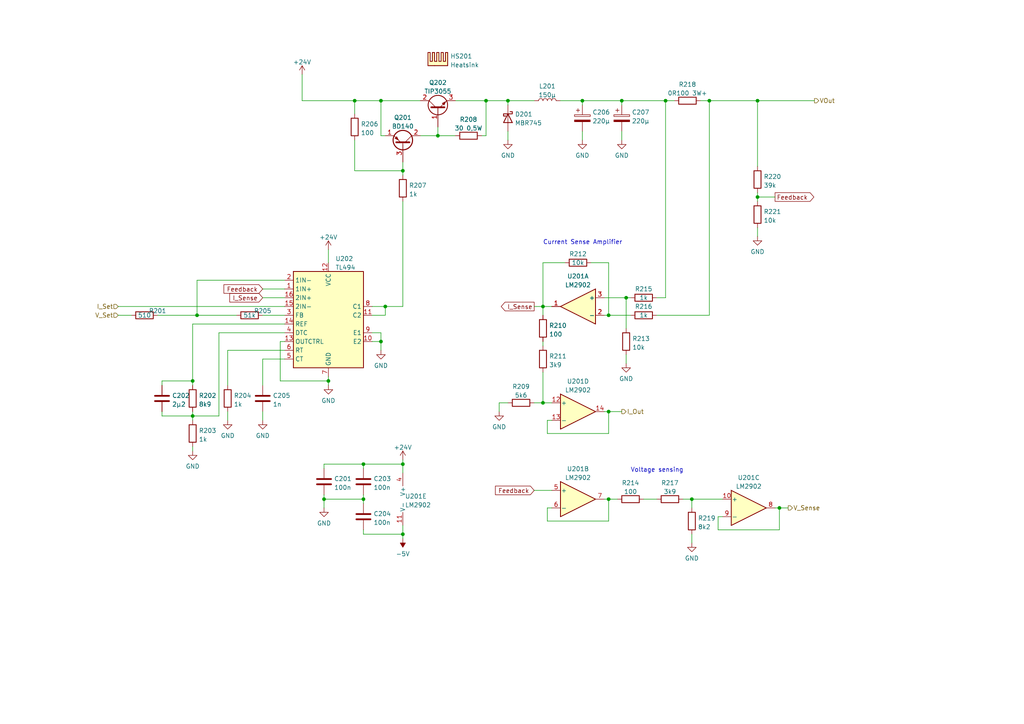
<source format=kicad_sch>
(kicad_sch (version 20211123) (generator eeschema)
  (paper "A4")
  (lib_symbols
    (symbol "Amplifier_Operational:LM2902" (pin_names (offset 0.127))
      (property "Reference" "U" (at 0 5.08 0))
      (property "Value" "LM2902" (at 0 -5.08 0))
      (symbol "LM2902_1_1"
        (polyline (pts (xy -5.08 5.08) (xy 5.08 0) (xy -5.08 -5.08) (xy -5.08 5.08)) (stroke (width 0.254)) (fill (type background)))
        (pin output line (at 7.62 0 180) (length 2.54) (name "~") (number "1"))
        (pin input line (at -7.62 -2.54 0) (length 2.54) (name "-") (number "2"))
        (pin input line (at -7.62 2.54 0) (length 2.54) (name "+") (number "3"))
      )
      (symbol "LM2902_2_1"
        (polyline (pts (xy -5.08 5.08) (xy 5.08 0) (xy -5.08 -5.08) (xy -5.08 5.08)) (stroke (width 0.254)) (fill (type background)))
        (pin input line (at -7.62 2.54 0) (length 2.54) (name "+") (number "5"))
        (pin input line (at -7.62 -2.54 0) (length 2.54) (name "-") (number "6"))
        (pin output line (at 7.62 0 180) (length 2.54) (name "~") (number "7"))
      )
      (symbol "LM2902_3_1"
        (polyline (pts (xy -5.08 5.08) (xy 5.08 0) (xy -5.08 -5.08) (xy -5.08 5.08)) (stroke (width 0.254)) (fill (type background)))
        (pin input line (at -7.62 2.54 0) (length 2.54) (name "+") (number "10"))
        (pin output line (at 7.62 0 180) (length 2.54) (name "~") (number "8"))
        (pin input line (at -7.62 -2.54 0) (length 2.54) (name "-") (number "9"))
      )
      (symbol "LM2902_4_1"
        (polyline (pts (xy -5.08 5.08) (xy 5.08 0) (xy -5.08 -5.08) (xy -5.08 5.08)) (stroke (width 0.254)) (fill (type background)))
        (pin input line (at -7.62 2.54 0) (length 2.54) (name "+") (number "12"))
        (pin input line (at -7.62 -2.54 0) (length 2.54) (name "-") (number "13"))
        (pin output line (at 7.62 0 180) (length 2.54) (name "~") (number "14"))
      )
      (symbol "LM2902_5_1"
        (pin power_in line (at -2.54 -7.62 90) (length 3.81) (name "V-") (number "11"))
        (pin power_in line (at -2.54 7.62 270) (length 3.81) (name "V+") (number "4"))
      )
    )
    (symbol "Device:C" (pin_numbers hide) (pin_names (offset 0.254))
      (property "Reference" "C" (at 0.635 2.54 0))
      (property "Value" "C" (at 0.635 -2.54 0))
      (symbol "C_0_1"
        (polyline (pts (xy -2.032 -0.762) (xy 2.032 -0.762)) (stroke (width 0.508)))
        (polyline (pts (xy -2.032 0.762) (xy 2.032 0.762)) (stroke (width 0.508)))
      )
      (symbol "C_1_1"
        (pin passive line (at 0 3.81 270) (length 2.794) (name "~") (number "1"))
        (pin passive line (at 0 -3.81 90) (length 2.794) (name "~") (number "2"))
      )
    )
    (symbol "Device:C_Polarized" (pin_numbers hide) (pin_names (offset 0.254))
      (property "Reference" "C" (at 0.635 2.54 0))
      (property "Value" "C_Polarized" (at 0.635 -2.54 0))
      (symbol "C_Polarized_0_1"
        (rectangle (start -2.286 0.508) (end 2.286 1.016))
        (polyline (pts (xy -1.778 2.286) (xy -0.762 2.286)))
        (polyline (pts (xy -1.27 2.794) (xy -1.27 1.778)))
        (rectangle (start 2.286 -0.508) (end -2.286 -1.016) (fill (type outline)))
      )
      (symbol "C_Polarized_1_1"
        (pin passive line (at 0 3.81 270) (length 2.794) (name "~") (number "1"))
        (pin passive line (at 0 -3.81 90) (length 2.794) (name "~") (number "2"))
      )
    )
    (symbol "Device:L" (pin_numbers hide) (pin_names (offset 1.016) hide)
      (property "Reference" "L" (at -1.27 0 90))
      (property "Value" "L" (at 1.905 0 90))
      (symbol "L_0_1"
        (arc (start 0 -2.54) (mid 0.635 -1.905) (end 0 -1.27))
        (arc (start 0 -1.27) (mid 0.635 -0.635) (end 0 0))
        (arc (start 0 0) (mid 0.635 0.635) (end 0 1.27))
        (arc (start 0 1.27) (mid 0.635 1.905) (end 0 2.54))
      )
      (symbol "L_1_1"
        (pin passive line (at 0 3.81 270) (length 1.27) (name "1") (number "1"))
        (pin passive line (at 0 -3.81 90) (length 1.27) (name "2") (number "2"))
      )
    )
    (symbol "Device:R" (pin_numbers hide) (pin_names (offset 0))
      (property "Reference" "R" (at 2.032 0 90))
      (property "Value" "R" (at 0 0 90))
      (symbol "R_0_1"
        (rectangle (start -1.016 -2.54) (end 1.016 2.54) (stroke (width 0.254)))
      )
      (symbol "R_1_1"
        (pin passive line (at 0 3.81 270) (length 1.27) (name "~") (number "1"))
        (pin passive line (at 0 -3.81 90) (length 1.27) (name "~") (number "2"))
      )
    )
    (symbol "Diode:MBR745" (pin_numbers hide) (pin_names (offset 1.016) hide)
      (property "Reference" "D" (at 0 2.54 0))
      (property "Value" "MBR745" (at 0 -2.54 0))
      (symbol "MBR745_0_1"
        (polyline (pts (xy 1.27 0) (xy -1.27 0)))
        (polyline (pts (xy 1.27 1.27) (xy 1.27 -1.27) (xy -1.27 0) (xy 1.27 1.27)) (stroke (width 0.254)))
        (polyline (pts (xy -1.905 0.635) (xy -1.905 1.27) (xy -1.27 1.27) (xy -1.27 -1.27) (xy -0.635 -1.27) (xy -0.635 -0.635)) (stroke (width 0.254)))
      )
      (symbol "MBR745_1_1"
        (pin passive line (at -3.81 0 0) (length 2.54) (name "K") (number "1"))
        (pin passive line (at 3.81 0 180) (length 2.54) (name "A") (number "2"))
      )
    )
    (symbol "Mechanical:Heatsink" (pin_names (offset 1.016))
      (property "Reference" "HS" (at 0 5.08 0))
      (property "Value" "Heatsink" (at 0 -1.27 0))
      (symbol "Heatsink_0_1"
        (polyline (pts (xy -0.3302 1.27) (xy -0.9652 1.27) (xy -0.9652 3.81) (xy -1.6002 3.81) (xy -1.6002 1.27) (xy -2.2352 1.27) (xy -2.2352 3.81) (xy -2.8702 3.81) (xy -2.8702 0) (xy -0.9652 0)) (stroke (width 0.254)) (fill (type background)))
        (polyline (pts (xy -0.3302 1.27) (xy -0.3302 3.81) (xy 0.3048 3.81) (xy 0.3048 1.27) (xy 0.9398 1.27) (xy 0.9398 3.81) (xy 1.5748 3.81) (xy 1.5748 1.27) (xy 2.2098 1.27) (xy 2.2098 3.81) (xy 2.8448 3.81) (xy 2.8448 0) (xy -0.9652 0)) (stroke (width 0.254)) (fill (type background)))
      )
    )
    (symbol "Regulator_Controller:TL494"
      (property "Reference" "U" (at 3.81 19.05 0))
      (property "Value" "TL494" (at 3.81 16.51 0))
      (symbol "TL494_0_1"
        (rectangle (start -10.16 -12.7) (end 10.16 15.24) (stroke (width 0.254)) (fill (type background)))
      )
      (symbol "TL494_1_1"
        (pin input line (at -12.7 10.16 0) (length 2.54) (name "1IN+") (number "1"))
        (pin passive line (at 12.7 -5.08 180) (length 2.54) (name "E2") (number "10"))
        (pin passive line (at 12.7 2.54 180) (length 2.54) (name "C2") (number "11"))
        (pin power_in line (at 0 17.78 270) (length 2.54) (name "VCC") (number "12"))
        (pin input line (at -12.7 -5.08 0) (length 2.54) (name "OUTCTRL") (number "13"))
        (pin power_out line (at -12.7 0 0) (length 2.54) (name "REF") (number "14"))
        (pin input line (at -12.7 5.08 0) (length 2.54) (name "2IN-") (number "15"))
        (pin input line (at -12.7 7.62 0) (length 2.54) (name "2IN+") (number "16"))
        (pin input line (at -12.7 12.7 0) (length 2.54) (name "1IN-") (number "2"))
        (pin output line (at -12.7 2.54 0) (length 2.54) (name "FB") (number "3"))
        (pin input line (at -12.7 -2.54 0) (length 2.54) (name "DTC") (number "4"))
        (pin passive line (at -12.7 -10.16 0) (length 2.54) (name "CT") (number "5"))
        (pin passive line (at -12.7 -7.62 0) (length 2.54) (name "RT") (number "6"))
        (pin power_in line (at 0 -15.24 90) (length 2.54) (name "GND") (number "7"))
        (pin passive line (at 12.7 5.08 180) (length 2.54) (name "C1") (number "8"))
        (pin passive line (at 12.7 -2.54 180) (length 2.54) (name "E1") (number "9"))
      )
    )
    (symbol "Transistor_BJT:BD140" (pin_names (offset 0) hide)
      (property "Reference" "Q" (at 5.08 1.905 0))
      (property "Value" "BD140" (at 5.08 0 0))
      (symbol "BD140_0_1"
        (polyline (pts (xy 0 0) (xy 0.635 0)))
        (polyline (pts (xy 2.54 -2.54) (xy 0.635 -0.635)))
        (polyline (pts (xy 2.54 2.54) (xy 0.635 0.635)))
        (polyline (pts (xy 0.635 1.905) (xy 0.635 -1.905) (xy 0.635 -1.905)) (stroke (width 0.508)) (fill (type outline)))
        (polyline (pts (xy 1.778 -2.286) (xy 2.286 -1.778) (xy 1.27 -1.27) (xy 1.778 -2.286) (xy 1.778 -2.286)) (fill (type outline)))
        (circle (center 1.27 0) (radius 2.8194) (stroke (width 0.3048)))
      )
      (symbol "BD140_1_1"
        (pin passive line (at 2.54 -5.08 90) (length 2.54) (name "E") (number "1"))
        (pin passive line (at 2.54 5.08 270) (length 2.54) (name "C") (number "2"))
        (pin input line (at -5.08 0 0) (length 5.08) (name "B") (number "3"))
      )
    )
    (symbol "Transistor_BJT:TIP3055" (pin_names (offset 0) hide)
      (property "Reference" "Q" (at 5.08 1.905 0))
      (property "Value" "TIP3055" (at 5.08 0 0))
      (symbol "TIP3055_0_1"
        (polyline (pts (xy 0.635 0.635) (xy 2.54 2.54)))
        (polyline (pts (xy 0.635 -0.635) (xy 2.54 -2.54) (xy 2.54 -2.54)))
        (polyline (pts (xy 0.635 1.905) (xy 0.635 -1.905) (xy 0.635 -1.905)) (stroke (width 0.508)))
        (polyline (pts (xy 1.27 -1.778) (xy 1.778 -1.27) (xy 2.286 -2.286) (xy 1.27 -1.778) (xy 1.27 -1.778)) (fill (type outline)))
        (circle (center 1.27 0) (radius 2.8194) (stroke (width 0.254)))
      )
      (symbol "TIP3055_1_1"
        (pin input line (at -5.08 0 0) (length 5.715) (name "B") (number "1"))
        (pin passive line (at 2.54 5.08 270) (length 2.54) (name "C") (number "2"))
        (pin passive line (at 2.54 -5.08 90) (length 2.54) (name "E") (number "3"))
      )
    )
    (symbol "power:+24V" (power) (pin_names (offset 0))
      (property "Value" "+24V" (at 0 3.556 0))
      (symbol "+24V_0_1"
        (polyline (pts (xy -0.762 1.27) (xy 0 2.54)))
        (polyline (pts (xy 0 0) (xy 0 2.54)))
        (polyline (pts (xy 0 2.54) (xy 0.762 1.27)))
      )
      (symbol "+24V_1_1"
        (pin power_in line (at 0 0 90) (length 0) hide (name "+24V") (number "1"))
      )
    )
    (symbol "power:-5V" (power) (pin_names (offset 0))
      (property "Value" "-5V" (at 0 3.81 0))
      (symbol "-5V_0_0"
        (pin power_in line (at 0 0 90) (length 0) hide (name "-5V") (number "1"))
      )
      (symbol "-5V_0_1"
        (polyline (pts (xy 0 0) (xy 0 1.27) (xy 0.762 1.27) (xy 0 2.54) (xy -0.762 1.27) (xy 0 1.27)) (fill (type outline)))
      )
    )
    (symbol "power:GND" (power) (pin_names (offset 0))
      (property "Value" "GND" (at 0 -3.81 0))
      (symbol "GND_0_1"
        (polyline (pts (xy 0 0) (xy 0 -1.27) (xy 1.27 -1.27) (xy 0 -2.54) (xy -1.27 -1.27) (xy 0 -1.27)))
      )
      (symbol "GND_1_1"
        (pin power_in line (at 0 0 270) (length 0) hide (name "GND") (number "1"))
      )
    )
  )
  (junction (at 105.41 134.62))
  (junction (at 157.48 88.9))
  (junction (at 147.32 29.21))
  (junction (at 57.15 91.44))
  (junction (at 168.91 29.21))
  (junction (at 111.76 88.9))
  (junction (at 180.34 29.21))
  (junction (at 200.66 144.78))
  (junction (at 116.84 134.62))
  (junction (at 102.87 29.21))
  (junction (at 110.49 99.06))
  (junction (at 176.53 119.38))
  (junction (at 116.84 154.94))
  (junction (at 219.71 57.15))
  (junction (at 127 39.37))
  (junction (at 116.84 49.53))
  (junction (at 55.88 110.49))
  (junction (at 205.74 29.21))
  (junction (at 55.88 120.65))
  (junction (at 140.97 29.21))
  (junction (at 226.06 147.32))
  (junction (at 176.53 144.78))
  (junction (at 176.53 91.44))
  (junction (at 110.49 29.21))
  (junction (at 193.04 29.21))
  (junction (at 157.48 116.84))
  (junction (at 95.25 110.49))
  (junction (at 181.61 86.36))
  (junction (at 105.41 144.78))
  (junction (at 93.98 144.78))
  (junction (at 219.71 29.21))
  (wire (pts (xy 66.04 101.6) (xy 82.55 101.6)))
  (wire (pts (xy 209.55 149.86) (xy 208.28 149.86)))
  (wire (pts (xy 76.2 91.44) (xy 82.55 91.44)))
  (wire (pts (xy 95.25 110.49) (xy 95.25 111.76)))
  (wire (pts (xy 55.88 129.54) (xy 55.88 130.81)))
  (wire (pts (xy 154.94 142.24) (xy 160.02 142.24)))
  (wire (pts (xy 226.06 147.32) (xy 228.6 147.32)))
  (wire (pts (xy 111.76 39.37) (xy 110.49 39.37)))
  (wire (pts (xy 157.48 107.95) (xy 157.48 116.84)))
  (wire (pts (xy 76.2 83.82) (xy 82.55 83.82)))
  (wire (pts (xy 224.79 57.15) (xy 219.71 57.15)))
  (wire (pts (xy 181.61 86.36) (xy 181.61 95.25)))
  (wire (pts (xy 111.76 88.9) (xy 107.95 88.9)))
  (wire (pts (xy 158.75 151.13) (xy 176.53 151.13)))
  (wire (pts (xy 111.76 91.44) (xy 111.76 88.9)))
  (wire (pts (xy 46.99 110.49) (xy 46.99 111.76)))
  (wire (pts (xy 110.49 29.21) (xy 121.92 29.21)))
  (wire (pts (xy 158.75 125.73) (xy 158.75 121.92)))
  (wire (pts (xy 198.12 144.78) (xy 200.66 144.78)))
  (wire (pts (xy 157.48 88.9) (xy 160.02 88.9)))
  (wire (pts (xy 45.72 91.44) (xy 57.15 91.44)))
  (wire (pts (xy 140.97 29.21) (xy 140.97 39.37)))
  (wire (pts (xy 116.84 152.4) (xy 116.84 154.94)))
  (wire (pts (xy 180.34 29.21) (xy 193.04 29.21)))
  (wire (pts (xy 105.41 134.62) (xy 116.84 134.62)))
  (wire (pts (xy 168.91 29.21) (xy 168.91 30.48)))
  (wire (pts (xy 93.98 144.78) (xy 93.98 143.51)))
  (wire (pts (xy 46.99 119.38) (xy 46.99 120.65)))
  (wire (pts (xy 76.2 104.14) (xy 76.2 111.76)))
  (wire (pts (xy 219.71 66.04) (xy 219.71 68.58)))
  (wire (pts (xy 160.02 147.32) (xy 158.75 147.32)))
  (wire (pts (xy 162.56 29.21) (xy 168.91 29.21)))
  (wire (pts (xy 139.7 39.37) (xy 140.97 39.37)))
  (wire (pts (xy 34.29 88.9) (xy 82.55 88.9)))
  (wire (pts (xy 55.88 93.98) (xy 55.88 110.49)))
  (wire (pts (xy 154.94 88.9) (xy 157.48 88.9)))
  (wire (pts (xy 63.5 96.52) (xy 63.5 120.65)))
  (wire (pts (xy 175.26 91.44) (xy 176.53 91.44)))
  (wire (pts (xy 205.74 91.44) (xy 205.74 29.21)))
  (wire (pts (xy 76.2 119.38) (xy 76.2 121.92)))
  (wire (pts (xy 219.71 29.21) (xy 236.22 29.21)))
  (wire (pts (xy 57.15 91.44) (xy 68.58 91.44)))
  (wire (pts (xy 157.48 116.84) (xy 160.02 116.84)))
  (wire (pts (xy 147.32 29.21) (xy 154.94 29.21)))
  (wire (pts (xy 76.2 104.14) (xy 82.55 104.14)))
  (wire (pts (xy 176.53 119.38) (xy 176.53 125.73)))
  (wire (pts (xy 105.41 153.67) (xy 105.41 154.94)))
  (wire (pts (xy 219.71 57.15) (xy 219.71 58.42)))
  (wire (pts (xy 107.95 99.06) (xy 110.49 99.06)))
  (wire (pts (xy 158.75 121.92) (xy 160.02 121.92)))
  (wire (pts (xy 116.84 133.35) (xy 116.84 134.62)))
  (wire (pts (xy 193.04 86.36) (xy 193.04 29.21)))
  (wire (pts (xy 116.84 58.42) (xy 116.84 88.9)))
  (wire (pts (xy 95.25 109.22) (xy 95.25 110.49)))
  (wire (pts (xy 63.5 96.52) (xy 82.55 96.52)))
  (wire (pts (xy 116.84 134.62) (xy 116.84 137.16)))
  (wire (pts (xy 105.41 134.62) (xy 93.98 134.62)))
  (wire (pts (xy 226.06 147.32) (xy 224.79 147.32)))
  (wire (pts (xy 186.69 144.78) (xy 190.5 144.78)))
  (wire (pts (xy 82.55 93.98) (xy 55.88 93.98)))
  (wire (pts (xy 176.53 125.73) (xy 158.75 125.73)))
  (wire (pts (xy 175.26 86.36) (xy 181.61 86.36)))
  (wire (pts (xy 110.49 99.06) (xy 110.49 101.6)))
  (wire (pts (xy 176.53 119.38) (xy 180.34 119.38)))
  (wire (pts (xy 105.41 144.78) (xy 105.41 146.05)))
  (wire (pts (xy 181.61 86.36) (xy 182.88 86.36)))
  (wire (pts (xy 102.87 49.53) (xy 116.84 49.53)))
  (wire (pts (xy 121.92 39.37) (xy 127 39.37)))
  (wire (pts (xy 147.32 38.1) (xy 147.32 40.64)))
  (wire (pts (xy 157.48 99.06) (xy 157.48 100.33)))
  (wire (pts (xy 105.41 143.51) (xy 105.41 144.78)))
  (wire (pts (xy 175.26 119.38) (xy 176.53 119.38)))
  (wire (pts (xy 200.66 144.78) (xy 209.55 144.78)))
  (wire (pts (xy 57.15 81.28) (xy 57.15 91.44)))
  (wire (pts (xy 180.34 38.1) (xy 180.34 40.64)))
  (wire (pts (xy 55.88 119.38) (xy 55.88 120.65)))
  (wire (pts (xy 219.71 55.88) (xy 219.71 57.15)))
  (wire (pts (xy 200.66 154.94) (xy 200.66 157.48)))
  (wire (pts (xy 157.48 76.2) (xy 157.48 88.9)))
  (wire (pts (xy 116.84 88.9) (xy 111.76 88.9)))
  (wire (pts (xy 205.74 29.21) (xy 219.71 29.21)))
  (wire (pts (xy 176.53 76.2) (xy 176.53 91.44)))
  (wire (pts (xy 180.34 29.21) (xy 180.34 30.48)))
  (wire (pts (xy 87.63 21.59) (xy 87.63 29.21)))
  (wire (pts (xy 110.49 39.37) (xy 110.49 29.21)))
  (wire (pts (xy 140.97 29.21) (xy 147.32 29.21)))
  (wire (pts (xy 219.71 29.21) (xy 219.71 48.26)))
  (wire (pts (xy 55.88 110.49) (xy 46.99 110.49)))
  (wire (pts (xy 208.28 149.86) (xy 208.28 153.67)))
  (wire (pts (xy 82.55 81.28) (xy 57.15 81.28)))
  (wire (pts (xy 116.84 49.53) (xy 116.84 50.8)))
  (wire (pts (xy 66.04 119.38) (xy 66.04 121.92)))
  (wire (pts (xy 127 39.37) (xy 132.08 39.37)))
  (wire (pts (xy 81.28 99.06) (xy 81.28 110.49)))
  (wire (pts (xy 110.49 96.52) (xy 110.49 99.06)))
  (wire (pts (xy 55.88 120.65) (xy 55.88 121.92)))
  (wire (pts (xy 190.5 91.44) (xy 205.74 91.44)))
  (wire (pts (xy 93.98 144.78) (xy 93.98 147.32)))
  (wire (pts (xy 175.26 144.78) (xy 176.53 144.78)))
  (wire (pts (xy 105.41 135.89) (xy 105.41 134.62)))
  (wire (pts (xy 144.78 116.84) (xy 144.78 119.38)))
  (wire (pts (xy 95.25 72.39) (xy 95.25 76.2)))
  (wire (pts (xy 55.88 111.76) (xy 55.88 110.49)))
  (wire (pts (xy 102.87 40.64) (xy 102.87 49.53)))
  (wire (pts (xy 168.91 29.21) (xy 180.34 29.21)))
  (wire (pts (xy 203.2 29.21) (xy 205.74 29.21)))
  (wire (pts (xy 93.98 134.62) (xy 93.98 135.89)))
  (wire (pts (xy 190.5 86.36) (xy 193.04 86.36)))
  (wire (pts (xy 157.48 88.9) (xy 157.48 91.44)))
  (wire (pts (xy 34.29 91.44) (xy 38.1 91.44)))
  (wire (pts (xy 132.08 29.21) (xy 140.97 29.21)))
  (wire (pts (xy 181.61 102.87) (xy 181.61 105.41)))
  (wire (pts (xy 66.04 101.6) (xy 66.04 111.76)))
  (wire (pts (xy 81.28 110.49) (xy 95.25 110.49)))
  (wire (pts (xy 107.95 96.52) (xy 110.49 96.52)))
  (wire (pts (xy 176.53 151.13) (xy 176.53 144.78)))
  (wire (pts (xy 193.04 29.21) (xy 195.58 29.21)))
  (wire (pts (xy 200.66 144.78) (xy 200.66 147.32)))
  (wire (pts (xy 176.53 144.78) (xy 179.07 144.78)))
  (wire (pts (xy 147.32 116.84) (xy 144.78 116.84)))
  (wire (pts (xy 163.83 76.2) (xy 157.48 76.2)))
  (wire (pts (xy 116.84 49.53) (xy 116.84 46.99)))
  (wire (pts (xy 168.91 38.1) (xy 168.91 40.64)))
  (wire (pts (xy 102.87 29.21) (xy 110.49 29.21)))
  (wire (pts (xy 107.95 91.44) (xy 111.76 91.44)))
  (wire (pts (xy 226.06 153.67) (xy 226.06 147.32)))
  (wire (pts (xy 171.45 76.2) (xy 176.53 76.2)))
  (wire (pts (xy 46.99 120.65) (xy 55.88 120.65)))
  (wire (pts (xy 127 36.83) (xy 127 39.37)))
  (wire (pts (xy 116.84 156.21) (xy 116.84 154.94)))
  (wire (pts (xy 176.53 91.44) (xy 182.88 91.44)))
  (wire (pts (xy 76.2 86.36) (xy 82.55 86.36)))
  (wire (pts (xy 87.63 29.21) (xy 102.87 29.21)))
  (wire (pts (xy 158.75 147.32) (xy 158.75 151.13)))
  (wire (pts (xy 147.32 29.21) (xy 147.32 30.48)))
  (wire (pts (xy 154.94 116.84) (xy 157.48 116.84)))
  (wire (pts (xy 105.41 154.94) (xy 116.84 154.94)))
  (wire (pts (xy 105.41 144.78) (xy 93.98 144.78)))
  (wire (pts (xy 208.28 153.67) (xy 226.06 153.67)))
  (wire (pts (xy 82.55 99.06) (xy 81.28 99.06)))
  (wire (pts (xy 102.87 29.21) (xy 102.87 33.02)))
  (wire (pts (xy 55.88 120.65) (xy 63.5 120.65)))
  (text "Current Sense Amplifier" (at 157.48 71.12 0) (effects (font (size 1.27 1.27)) (justify left bottom)))
  (text "Voltage sensing" (at 182.88 137.16 0) (effects (font (size 1.27 1.27)) (justify left bottom)))
  (global_label "Feedback" (shape output) (at 224.79 57.15 0) (property "Intersheet References" "${INTERSHEET_REFS}" (effects hide)))
  (global_label "I_Sense" (shape input) (at 76.2 86.36 180) (property "Intersheet References" "${INTERSHEET_REFS}" (effects hide)))
  (global_label "Feedback" (shape input) (at 76.2 83.82 180) (property "Intersheet References" "${INTERSHEET_REFS}" (effects hide)))
  (global_label "Feedback" (shape input) (at 154.94 142.24 180) (property "Intersheet References" "${INTERSHEET_REFS}" (effects hide)))
  (global_label "I_Sense" (shape output) (at 154.94 88.9 180) (property "Intersheet References" "${INTERSHEET_REFS}" (effects hide)))
  (hierarchical_label "I_Out" (shape output) (at 180.34 119.38 0))
  (hierarchical_label "V_Set" (shape input) (at 34.29 91.44 180))
  (hierarchical_label "V_Sense" (shape output) (at 228.6 147.32 0))
  (hierarchical_label "I_Set" (shape input) (at 34.29 88.9 180))
  (hierarchical_label "VOut" (shape output) (at 236.22 29.21 0))
  (symbol (lib_id "Device:R") (at 55.88 115.57 0) (unit 1)
    (property "Reference" "R202" (at 57.658 114.7353 0) (effects (justify left)))
    (property "Value" "8k9" (at 57.658 117.2722 0) (effects (justify left)))
    (property "Footprint" "Resistor_SMD:R_0805_2012Metric" (effects hide))
  )
  (symbol (lib_id "power:GND") (at 93.98 147.32 0) (unit 1)
    (property "Reference" "#PWR0201" (effects hide))
    (property "Value" "GND" (at 93.98 151.7634 0))
  )
  (symbol (lib_id "power:GND") (at 55.88 130.81 0) (unit 1)
    (property "Reference" "#PWR0202" (effects hide))
    (property "Value" "GND" (at 55.88 135.2534 0))
  )
  (symbol (lib_id "power:GND") (at 76.2 121.92 0) (unit 1)
    (property "Reference" "#PWR0206" (effects hide))
    (property "Value" "GND" (at 76.2 126.3634 0))
  )
  (symbol (lib_id "power:GND") (at 168.91 40.64 0) (unit 1)
    (property "Reference" "#PWR0213" (effects hide))
    (property "Value" "GND" (at 168.91 45.0834 0))
  )
  (symbol (lib_id "power:+24V") (at 95.25 72.39 0) (unit 1)
    (property "Reference" "#PWR0208" (effects hide))
    (property "Value" "+24V" (at 95.25 68.8142 0))
  )
  (symbol (lib_id "power:GND") (at 219.71 68.58 0) (unit 1)
    (property "Reference" "#PWR0217" (effects hide))
    (property "Value" "GND" (at 219.71 73.0234 0))
  )
  (symbol (lib_id "Device:R") (at 219.71 52.07 0) (unit 1)
    (property "Reference" "R220" (at 221.488 51.2353 0) (effects (justify left)))
    (property "Value" "39k" (at 221.488 53.7722 0) (effects (justify left)))
    (property "Footprint" "Resistor_SMD:R_0805_2012Metric" (effects hide))
  )
  (symbol (lib_id "Device:R") (at 157.48 104.14 0) (unit 1)
    (property "Reference" "R211" (at 159.258 103.3053 0) (effects (justify left)))
    (property "Value" "3k9" (at 159.258 105.8422 0) (effects (justify left)))
    (property "Footprint" "Resistor_SMD:R_0805_2012Metric" (effects hide))
  )
  (symbol (lib_id "Device:R") (at 66.04 115.57 0) (unit 1)
    (property "Reference" "R204" (at 67.818 114.7353 0) (effects (justify left)))
    (property "Value" "1k" (at 67.818 117.2722 0) (effects (justify left)))
    (property "Footprint" "Resistor_SMD:R_0805_2012Metric" (effects hide))
  )
  (symbol (lib_id "Device:R") (at 199.39 29.21 90) (unit 1)
    (property "Reference" "R218" (at 199.39 24.4942 90))
    (property "Value" "0R100 3W+" (at 199.39 27.0311 90))
    (property "Footprint" "Resistor_THT:R_Axial_Power_L20.0mm_W6.4mm_P5.08mm_Vertical" (effects hide))
  )
  (symbol (lib_id "Amplifier_Operational:LM2902") (at 167.64 88.9 0) (mirror y) (unit 1)
    (property "Reference" "U201" (at 167.64 80.1202 0))
    (property "Value" "LM2902" (at 167.64 82.6571 0))
    (property "Footprint" "Package_SO:TSSOP-14_4.4x5mm_P0.65mm" (effects hide))
    (property "Datasheet" "http://www.ti.com/lit/ds/symlink/lm2902-n.pdf" (effects hide))
  )
  (symbol (lib_id "Diode:MBR745") (at 147.32 34.29 270) (unit 1)
    (property "Reference" "D201" (at 149.352 33.1378 90) (effects (justify left)))
    (property "Value" "MBR745" (at 149.352 35.6747 90) (effects (justify left)))
    (property "Footprint" "Package_TO_SOT_THT:TO-220-2_Vertical" (effects hide))
    (property "Datasheet" "http://www.onsemi.com/pub_link/Collateral/MBR735-D.PDF" (effects hide))
  )
  (symbol (lib_id "Device:R") (at 157.48 95.25 0) (unit 1)
    (property "Reference" "R210" (at 159.258 94.4153 0) (effects (justify left)))
    (property "Value" "100" (at 159.258 96.9522 0) (effects (justify left)))
    (property "Footprint" "Resistor_SMD:R_0805_2012Metric" (effects hide))
  )
  (symbol (lib_id "power:GND") (at 147.32 40.64 0) (unit 1)
    (property "Reference" "#PWR0212" (effects hide))
    (property "Value" "GND" (at 147.32 45.0834 0))
  )
  (symbol (lib_id "power:GND") (at 66.04 121.92 0) (unit 1)
    (property "Reference" "#PWR0205" (effects hide))
    (property "Value" "GND" (at 66.04 126.3634 0))
  )
  (symbol (lib_id "power:GND") (at 180.34 40.64 0) (unit 1)
    (property "Reference" "#PWR0214" (effects hide))
    (property "Value" "GND" (at 180.34 45.0834 0))
  )
  (symbol (lib_id "Device:C") (at 105.41 139.7 0) (unit 1)
    (property "Reference" "C203" (at 108.331 138.8653 0) (effects (justify left)))
    (property "Value" "100n" (at 108.331 141.4022 0) (effects (justify left)))
    (property "Footprint" "Capacitor_SMD:C_0805_2012Metric" (effects hide))
  )
  (symbol (lib_id "Device:R") (at 194.31 144.78 90) (unit 1)
    (property "Reference" "R217" (at 194.31 140.0642 90))
    (property "Value" "3k9" (at 194.31 142.6011 90))
    (property "Footprint" "Resistor_SMD:R_0805_2012Metric" (effects hide))
  )
  (symbol (lib_id "power:+24V") (at 116.84 133.35 0) (unit 1)
    (property "Reference" "#PWR0203" (effects hide))
    (property "Value" "+24V" (at 116.84 129.7742 0))
  )
  (symbol (lib_id "power:GND") (at 110.49 101.6 0) (unit 1)
    (property "Reference" "#PWR0210" (effects hide))
    (property "Value" "GND" (at 110.49 106.0434 0))
  )
  (symbol (lib_id "Device:C_Polarized") (at 180.34 34.29 0) (unit 1)
    (property "Reference" "C207" (at 183.261 32.5663 0) (effects (justify left)))
    (property "Value" "220µ" (at 183.261 35.1032 0) (effects (justify left)))
    (property "Footprint" "Capacitor_THT:CP_Radial_D8.0mm_P5.00mm" (effects hide))
  )
  (symbol (lib_id "Amplifier_Operational:LM2902") (at 167.64 144.78 0) (unit 2)
    (property "Reference" "U201" (at 167.64 136.0002 0))
    (property "Value" "LM2902" (at 167.64 138.5371 0))
    (property "Footprint" "Package_SO:TSSOP-14_4.4x5mm_P0.65mm" (effects hide))
    (property "Datasheet" "http://www.ti.com/lit/ds/symlink/lm2902-n.pdf" (effects hide))
  )
  (symbol (lib_id "Device:R") (at 102.87 36.83 0) (unit 1)
    (property "Reference" "R206" (at 104.648 35.9953 0) (effects (justify left)))
    (property "Value" "100" (at 104.648 38.5322 0) (effects (justify left)))
    (property "Footprint" "Resistor_SMD:R_0805_2012Metric" (effects hide))
  )
  (symbol (lib_id "Device:R") (at 41.91 91.44 90) (unit 1)
    (property "Reference" "R201" (at 45.72 90.17 90))
    (property "Value" "510" (at 41.91 91.44 90))
    (property "Footprint" "Resistor_SMD:R_0805_2012Metric" (effects hide))
  )
  (symbol (lib_id "Regulator_Controller:TL494") (at 95.25 93.98 0) (unit 1)
    (property "Reference" "U202" (at 97.2694 75.0402 0) (effects (justify left)))
    (property "Value" "TL494" (at 97.2694 77.5771 0) (effects (justify left)))
    (property "Footprint" "Package_SO:SOIC-16_4.55x10.3mm_P1.27mm" (effects hide))
    (property "Datasheet" "http://www.ti.com/lit/ds/symlink/tl494.pdf" (effects hide))
  )
  (symbol (lib_id "power:GND") (at 181.61 105.41 0) (unit 1)
    (property "Reference" "#PWR0215" (effects hide))
    (property "Value" "GND" (at 181.61 109.8534 0))
  )
  (symbol (lib_id "Device:L") (at 158.75 29.21 90) (unit 1)
    (property "Reference" "L201" (at 158.75 25.0022 90))
    (property "Value" "150µ" (at 158.75 27.5391 90))
    (property "Footprint" "Inductor_THT:L_Toroid_Vertical_L17.8mm_W8.1mm_P7.62mm_Bourns_5700" (effects hide))
  )
  (symbol (lib_id "Device:C") (at 105.41 149.86 0) (unit 1)
    (property "Reference" "C204" (at 108.331 149.0253 0) (effects (justify left)))
    (property "Value" "100n" (at 108.331 151.5622 0) (effects (justify left)))
    (property "Footprint" "Capacitor_SMD:C_0805_2012Metric" (effects hide))
  )
  (symbol (lib_id "Device:C") (at 76.2 115.57 0) (unit 1)
    (property "Reference" "C205" (at 79.121 114.7353 0) (effects (justify left)))
    (property "Value" "1n" (at 79.121 117.2722 0) (effects (justify left)))
    (property "Footprint" "Capacitor_SMD:C_0805_2012Metric" (effects hide))
  )
  (symbol (lib_id "Device:R") (at 167.64 76.2 90) (unit 1)
    (property "Reference" "R212" (at 167.64 73.66 90))
    (property "Value" "10k" (at 167.64 76.2 90))
    (property "Footprint" "Resistor_SMD:R_0805_2012Metric" (effects hide))
  )
  (symbol (lib_id "power:GND") (at 200.66 157.48 0) (unit 1)
    (property "Reference" "#PWR0216" (effects hide))
    (property "Value" "GND" (at 200.66 161.9234 0))
  )
  (symbol (lib_id "power:GND") (at 144.78 119.38 0) (unit 1)
    (property "Reference" "#PWR0211" (effects hide))
    (property "Value" "GND" (at 144.78 123.8234 0))
  )
  (symbol (lib_id "Amplifier_Operational:LM2902") (at 167.64 119.38 0) (unit 4)
    (property "Reference" "U201" (at 167.64 110.6002 0))
    (property "Value" "LM2902" (at 167.64 113.1371 0))
    (property "Footprint" "Package_SO:TSSOP-14_4.4x5mm_P0.65mm" (effects hide))
    (property "Datasheet" "http://www.ti.com/lit/ds/symlink/lm2902-n.pdf" (effects hide))
  )
  (symbol (lib_id "Device:R") (at 186.69 86.36 90) (unit 1)
    (property "Reference" "R215" (at 186.69 83.82 90))
    (property "Value" "1k" (at 186.69 86.36 90))
    (property "Footprint" "Resistor_SMD:R_0805_2012Metric" (effects hide))
  )
  (symbol (lib_id "power:GND") (at 95.25 111.76 0) (unit 1)
    (property "Reference" "#PWR0209" (effects hide))
    (property "Value" "GND" (at 95.25 116.2034 0))
  )
  (symbol (lib_id "Device:R") (at 182.88 144.78 90) (unit 1)
    (property "Reference" "R214" (at 182.88 140.0642 90))
    (property "Value" "100" (at 182.88 142.6011 90))
    (property "Footprint" "Resistor_SMD:R_0805_2012Metric" (effects hide))
  )
  (symbol (lib_id "Transistor_BJT:TIP3055") (at 127 31.75 90) (unit 1)
    (property "Reference" "Q202" (at 127 23.9608 90))
    (property "Value" "TIP3055" (at 127 26.4977 90))
    (property "Footprint" "Package_TO_SOT_THT:TO-218-3_Vertical" (effects hide))
    (property "Datasheet" "http://www.onsemi.com/pub_link/Collateral/TIP3055-D.PDF" (effects hide))
  )
  (symbol (lib_id "Device:C_Polarized") (at 168.91 34.29 0) (unit 1)
    (property "Reference" "C206" (at 171.831 32.5663 0) (effects (justify left)))
    (property "Value" "220µ" (at 171.831 35.1032 0) (effects (justify left)))
    (property "Footprint" "Capacitor_THT:CP_Radial_D8.0mm_P5.00mm" (effects hide))
  )
  (symbol (lib_id "Device:R") (at 181.61 99.06 0) (unit 1)
    (property "Reference" "R213" (at 183.388 98.2253 0) (effects (justify left)))
    (property "Value" "10k" (at 183.388 100.7622 0) (effects (justify left)))
    (property "Footprint" "Resistor_SMD:R_0805_2012Metric" (effects hide))
  )
  (symbol (lib_id "Transistor_BJT:BD140") (at 116.84 41.91 270) (mirror x) (unit 1)
    (property "Reference" "Q201" (at 116.84 34.0954 90))
    (property "Value" "BD140" (at 116.84 36.6323 90))
    (property "Footprint" "Package_TO_SOT_THT:TO-126-3_Vertical" (effects hide))
    (property "Datasheet" "http://www.st.com/internet/com/TECHNICAL_RESOURCES/TECHNICAL_LITERATURE/DATASHEET/CD00001225.pdf" (effects hide))
  )
  (symbol (lib_id "power:-5V") (at 116.84 156.21 180) (unit 1)
    (property "Reference" "#PWR0204" (effects hide))
    (property "Value" "-5V" (at 116.84 160.6534 0))
  )
  (symbol (lib_id "Device:R") (at 219.71 62.23 0) (unit 1)
    (property "Reference" "R221" (at 221.488 61.3953 0) (effects (justify left)))
    (property "Value" "10k" (at 221.488 63.9322 0) (effects (justify left)))
    (property "Footprint" "Resistor_SMD:R_0805_2012Metric" (effects hide))
  )
  (symbol (lib_id "power:+24V") (at 87.63 21.59 0) (unit 1)
    (property "Reference" "#PWR0207" (effects hide))
    (property "Value" "+24V" (at 87.63 18.0142 0))
  )
  (symbol (lib_id "Device:R") (at 151.13 116.84 90) (unit 1)
    (property "Reference" "R209" (at 151.13 112.1242 90))
    (property "Value" "5k6" (at 151.13 114.6611 90))
    (property "Footprint" "Resistor_SMD:R_0805_2012Metric" (effects hide))
  )
  (symbol (lib_id "Device:R") (at 72.39 91.44 90) (unit 1)
    (property "Reference" "R205" (at 76.2 90.17 90))
    (property "Value" "51k" (at 72.39 91.44 90))
    (property "Footprint" "Resistor_SMD:R_0805_2012Metric" (effects hide))
  )
  (symbol (lib_id "Device:R") (at 135.89 39.37 90) (unit 1)
    (property "Reference" "R208" (at 135.89 34.6542 90))
    (property "Value" "30 0,5W" (at 135.89 37.1911 90))
    (property "Footprint" "Resistor_THT:R_Axial_DIN0207_L6.3mm_D2.5mm_P10.16mm_Horizontal" (effects hide))
  )
  (symbol (lib_id "Device:C") (at 93.98 139.7 0) (unit 1)
    (property "Reference" "C201" (at 96.901 138.8653 0) (effects (justify left)))
    (property "Value" "100n" (at 96.901 141.4022 0) (effects (justify left)))
    (property "Footprint" "Capacitor_SMD:C_0805_2012Metric" (effects hide))
  )
  (symbol (lib_id "Device:R") (at 116.84 54.61 0) (unit 1)
    (property "Reference" "R207" (at 118.618 53.7753 0) (effects (justify left)))
    (property "Value" "1k" (at 118.618 56.3122 0) (effects (justify left)))
    (property "Footprint" "Resistor_SMD:R_0805_2012Metric" (effects hide))
  )
  (symbol (lib_id "Mechanical:Heatsink") (at 127 19.05 0) (unit 1)
    (property "Reference" "HS201" (at 130.6068 16.3103 0) (effects (justify left)))
    (property "Value" "Heatsink" (at 130.6068 18.8472 0) (effects (justify left)))
    (property "Footprint" "eigene:SK574-50" (effects hide))
  )
  (symbol (lib_id "Device:R") (at 200.66 151.13 180) (unit 1)
    (property "Reference" "R219" (at 202.438 150.2953 0) (effects (justify right)))
    (property "Value" "8k2" (at 202.438 152.8322 0) (effects (justify right)))
    (property "Footprint" "Resistor_SMD:R_0805_2012Metric" (effects hide))
  )
  (symbol (lib_id "Amplifier_Operational:LM2902") (at 119.38 144.78 0) (unit 5)
    (property "Reference" "U201" (at 117.475 143.9453 0) (effects (justify left)))
    (property "Value" "LM2902" (at 117.475 146.4822 0) (effects (justify left)))
    (property "Footprint" "Package_SO:TSSOP-14_4.4x5mm_P0.65mm" (effects hide))
    (property "Datasheet" "http://www.ti.com/lit/ds/symlink/lm2902-n.pdf" (effects hide))
  )
  (symbol (lib_id "Device:R") (at 55.88 125.73 0) (unit 1)
    (property "Reference" "R203" (at 57.658 124.8953 0) (effects (justify left)))
    (property "Value" "1k" (at 57.658 127.4322 0) (effects (justify left)))
    (property "Footprint" "Resistor_SMD:R_0805_2012Metric" (effects hide))
  )
  (symbol (lib_id "Device:C") (at 46.99 115.57 0) (unit 1)
    (property "Reference" "C202" (at 49.911 114.7353 0) (effects (justify left)))
    (property "Value" "2µ2" (at 49.911 117.2722 0) (effects (justify left)))
    (property "Footprint" "Capacitor_SMD:C_0805_2012Metric" (effects hide))
  )
  (symbol (lib_id "Amplifier_Operational:LM2902") (at 217.17 147.32 0) (unit 3)
    (property "Reference" "U201" (at 217.17 138.5402 0))
    (property "Value" "LM2902" (at 217.17 141.0771 0))
    (property "Footprint" "Package_SO:TSSOP-14_4.4x5mm_P0.65mm" (effects hide))
    (property "Datasheet" "http://www.ti.com/lit/ds/symlink/lm2902-n.pdf" (effects hide))
  )
  (symbol (lib_id "Device:R") (at 186.69 91.44 90) (unit 1)
    (property "Reference" "R216" (at 186.69 88.9 90))
    (property "Value" "1k" (at 186.69 91.44 90))
    (property "Footprint" "Resistor_SMD:R_0805_2012Metric" (effects hide))
  )
)
</source>
